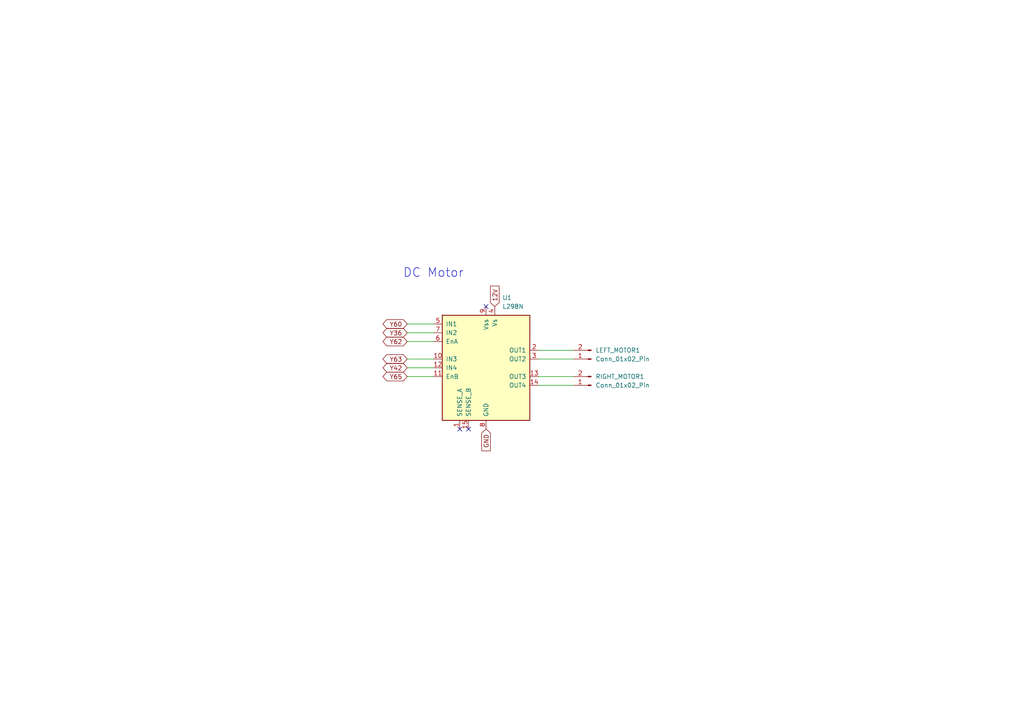
<source format=kicad_sch>
(kicad_sch (version 20231120) (generator "eeschema") (generator_version "8.0")
  (paper "A4")
  (lib_symbols
    (symbol "Connector:Conn_01x02_Pin" (pin_names (offset 1.016) hide)
      (property "Reference" "J" (at 0 2.54 0))
      (property "Value" "Conn_01x02_Pin" (at 0 -5.08 0))
      (symbol "Conn_01x02_Pin_1_1"
        (polyline (pts (xy 1.27 -2.54) (xy 0.8636 -2.54)) (stroke (width 0.1524)))
        (polyline (pts (xy 1.27 0) (xy 0.8636 0)) (stroke (width 0.1524)))
        (rectangle (start 0.8636 -2.413) (end 0 -2.667) (stroke (width 0.1524)) (fill (type outline)))
        (rectangle (start 0.8636 0.127) (end 0 -0.127) (stroke (width 0.1524)) (fill (type outline)))
        (pin passive line (at 5.08 0 180) (length 3.81) (name "Pin_1") (number "1"))
        (pin passive line (at 5.08 -2.54 180) (length 3.81) (name "Pin_2") (number "2"))
      )
    )
    (symbol "Driver_Motor:L298N" (pin_names (offset 1.016))
      (property "Reference" "U" (at -10.16 16.51 0))
      (property "Value" "L298N" (at 12.7 16.51 0))
      (symbol "L298N_0_1"
        (rectangle (start -12.7 15.24) (end 12.7 -15.24) (stroke (width 0.254)) (fill (type background)))
      )
      (symbol "L298N_1_1"
        (pin power_in line (at -7.62 -17.78 90) (length 2.54) (name "SENSE_A") (number "1"))
        (pin input line (at -15.24 2.54 0) (length 2.54) (name "IN3") (number "10"))
        (pin input line (at -15.24 -2.54 0) (length 2.54) (name "EnB") (number "11"))
        (pin input line (at -15.24 0 0) (length 2.54) (name "IN4") (number "12"))
        (pin output line (at 15.24 -2.54 180) (length 2.54) (name "OUT3") (number "13"))
        (pin output line (at 15.24 -5.08 180) (length 2.54) (name "OUT4") (number "14"))
        (pin power_in line (at -5.08 -17.78 90) (length 2.54) (name "SENSE_B") (number "15"))
        (pin output line (at 15.24 5.08 180) (length 2.54) (name "OUT1") (number "2"))
        (pin output line (at 15.24 2.54 180) (length 2.54) (name "OUT2") (number "3"))
        (pin power_in line (at 2.54 17.78 270) (length 2.54) (name "Vs") (number "4"))
        (pin input line (at -15.24 12.7 0) (length 2.54) (name "IN1") (number "5"))
        (pin input line (at -15.24 7.62 0) (length 2.54) (name "EnA") (number "6"))
        (pin input line (at -15.24 10.16 0) (length 2.54) (name "IN2") (number "7"))
        (pin power_in line (at 0 -17.78 90) (length 2.54) (name "GND") (number "8"))
        (pin power_in line (at 0 17.78 270) (length 2.54) (name "Vss") (number "9"))
      )
    )
  )
  (no_connect (at 135.89 124.46))
  (no_connect (at 140.97 88.9))
  (no_connect (at 133.35 124.46))
  (wire (pts (xy 156.21 109.22) (xy 166.37 109.22)))
  (wire (pts (xy 118.11 104.14) (xy 125.73 104.14)))
  (wire (pts (xy 118.11 93.98) (xy 125.73 93.98)))
  (wire (pts (xy 118.11 96.52) (xy 125.73 96.52)))
  (wire (pts (xy 156.21 101.6) (xy 166.37 101.6)))
  (wire (pts (xy 118.11 99.06) (xy 125.73 99.06)))
  (wire (pts (xy 156.21 104.14) (xy 166.37 104.14)))
  (wire (pts (xy 156.21 111.76) (xy 166.37 111.76)))
  (wire (pts (xy 118.11 109.22) (xy 125.73 109.22)))
  (wire (pts (xy 118.11 106.68) (xy 125.73 106.68)))
  (text "DC Motor" (at 125.73 79.248 0) (effects (font (size 2.54 2.54))))
  (global_label "Y63" (shape bidirectional) (at 118.11 104.14 180) (property "Intersheetrefs" "${INTERSHEET_REFS}" (effects (hide yes))))
  (global_label "Y62" (shape bidirectional) (at 118.11 99.06 180) (property "Intersheetrefs" "${INTERSHEET_REFS}" (effects (hide yes))))
  (global_label "Y36" (shape bidirectional) (at 118.11 96.52 180) (property "Intersheetrefs" "${INTERSHEET_REFS}" (effects (hide yes))))
  (global_label "Y42" (shape bidirectional) (at 118.11 106.68 180) (property "Intersheetrefs" "${INTERSHEET_REFS}" (effects (hide yes))))
  (global_label "Y65" (shape bidirectional) (at 118.11 109.22 180) (property "Intersheetrefs" "${INTERSHEET_REFS}" (effects (hide yes))))
  (global_label "Y60" (shape bidirectional) (at 118.11 93.98 180) (property "Intersheetrefs" "${INTERSHEET_REFS}" (effects (hide yes))))
  (global_label "12V" (shape input) (at 143.51 88.9 90) (property "Intersheetrefs" "${INTERSHEET_REFS}" (effects (hide yes))))
  (global_label "GND" (shape input) (at 140.97 124.46 270) (property "Intersheetrefs" "${INTERSHEET_REFS}" (effects (hide yes))))
  (symbol (lib_id "Connector:Conn_01x02_Pin") (at 171.45 111.76 180) (unit 1)
    (property "Reference" "RIGHT_MOTOR1" (at 172.72 109.2199 0) (effects (justify right)))
    (property "Value" "Conn_01x02_Pin" (at 172.72 111.7599 0) (effects (justify right)))
    (property "Footprint" "Connector_PinHeader_2.54mm:PinHeader_1x02_P2.54mm_Vertical_SMD_Pin1Left" (effects (hide yes)))
    (property "Description" "Generic connector, single row, 01x02, script generated" (effects (hide yes)))
  )
  (symbol (lib_id "Connector:Conn_01x02_Pin") (at 171.45 104.14 180) (unit 1)
    (property "Reference" "LEFT_MOTOR1" (at 172.72 101.5999 0) (effects (justify right)))
    (property "Value" "Conn_01x02_Pin" (at 172.72 104.1399 0) (effects (justify right)))
    (property "Footprint" "Connector_PinHeader_2.54mm:PinHeader_1x02_P2.54mm_Vertical_SMD_Pin1Left" (effects (hide yes)))
    (property "Description" "Generic connector, single row, 01x02, script generated" (effects (hide yes)))
  )
  (symbol (lib_id "Driver_Motor:L298N") (at 140.97 106.68 0) (unit 1)
    (property "Reference" "U1" (at 145.7041 86.36 0) (effects (justify left)))
    (property "Value" "L298N" (at 145.7041 88.9 0) (effects (justify left)))
    (property "Footprint" "Package_TO_SOT_THT:TO-220-15_P2.54x2.54mm_StaggerOdd_Lead4.58mm_Vertical" (effects (hide yes)))
    (property "Datasheet" "http://www.st.com/st-web-ui/static/active/en/resource/technical/document/datasheet/CD00000240.pdf" (effects (hide yes)))
    (property "Description" "Dual full bridge motor driver, up to 46V, 4A, Multiwatt15-V" (effects (hide yes)))
  )
)
</source>
